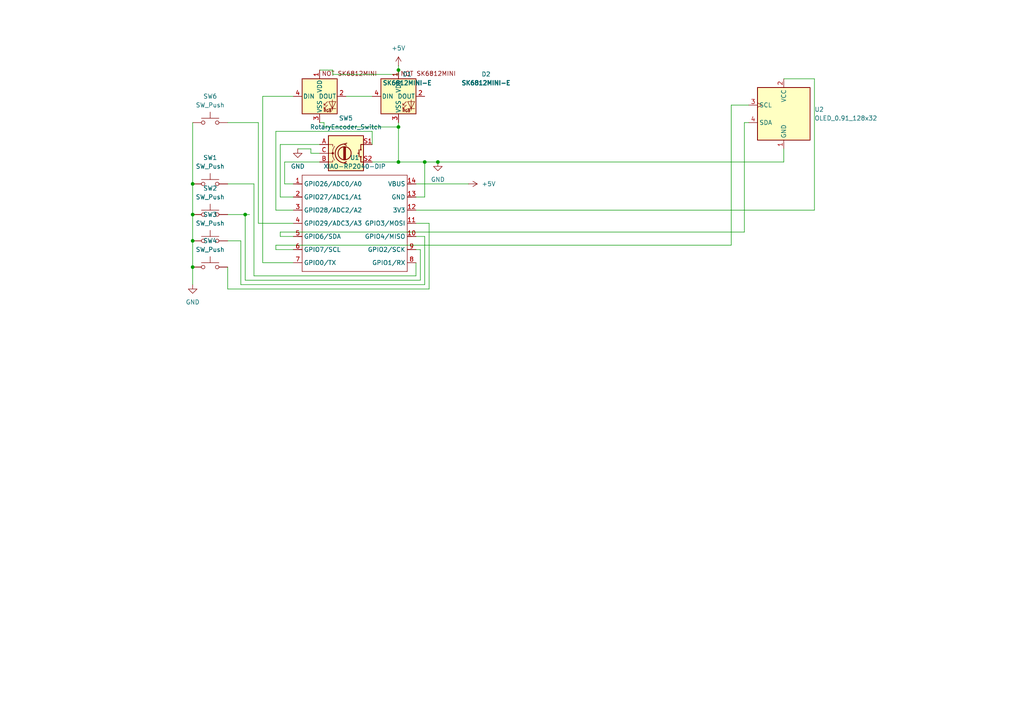
<source format=kicad_sch>
(kicad_sch (version 20250114) (generator "eeschema") (generator_version "9.0")
  (paper "A4")
  (lib_symbols
    (symbol "Device:RotaryEncoder_Switch" (pin_names (offset 0.254) (hide yes))
      (property "Reference" "SW" (at 0 6.604 0))
      (property "Value" "RotaryEncoder_Switch" (at 0 -6.604 0))
      (symbol "RotaryEncoder_Switch_0_1"
        (rectangle (start -5.08 5.08) (end 5.08 -5.08) (stroke (width 0.254)) (fill (type background)))
        (polyline (pts (xy -5.08 2.54) (xy -3.81 2.54) (xy -3.81 2.032)))
        (polyline (pts (xy -5.08 0) (xy -3.81 0) (xy -3.81 -1.016) (xy -3.302 -2.032)))
        (polyline (pts (xy -5.08 -2.54) (xy -3.81 -2.54) (xy -3.81 -2.032)))
        (polyline (pts (xy -4.318 0) (xy -3.81 0) (xy -3.81 1.016) (xy -3.302 2.032)))
        (circle (center -3.81 0) (radius 0.254) (fill (type outline)))
        (polyline (pts (xy -0.635 -1.778) (xy -0.635 1.778)) (stroke (width 0.254)))
        (circle (center -0.381 0) (radius 1.905) (stroke (width 0.254)))
        (polyline (pts (xy -0.381 -1.778) (xy -0.381 1.778)) (stroke (width 0.254)))
        (arc (start -0.381 -2.794) (mid -3.0988 -0.0635) (end -0.381 2.667) (stroke (width 0.254)))
        (polyline (pts (xy -0.127 1.778) (xy -0.127 -1.778)) (stroke (width 0.254)))
        (polyline (pts (xy 0.254 2.921) (xy -0.508 2.667) (xy 0.127 2.286)) (stroke (width 0.254)))
        (polyline (pts (xy 0.254 -3.048) (xy -0.508 -2.794) (xy 0.127 -2.413)) (stroke (width 0.254)))
        (polyline (pts (xy 3.81 1.016) (xy 3.81 -1.016)) (stroke (width 0.254)))
        (polyline (pts (xy 3.81 0) (xy 3.429 0)) (stroke (width 0.254)))
        (circle (center 4.318 1.016) (radius 0.127) (stroke (width 0.254)))
        (circle (center 4.318 -1.016) (radius 0.127) (stroke (width 0.254)))
        (polyline (pts (xy 5.08 2.54) (xy 4.318 2.54) (xy 4.318 1.016)) (stroke (width 0.254)))
        (polyline (pts (xy 5.08 -2.54) (xy 4.318 -2.54) (xy 4.318 -1.016)) (stroke (width 0.254)))
      )
      (symbol "RotaryEncoder_Switch_1_1"
        (pin passive line (at -7.62 2.54 0) (length 2.54) (name "A") (number "A"))
        (pin passive line (at -7.62 0 0) (length 2.54) (name "C") (number "C"))
        (pin passive line (at -7.62 -2.54 0) (length 2.54) (name "B") (number "B"))
        (pin passive line (at 7.62 2.54 180) (length 2.54) (name "S1") (number "S1"))
        (pin passive line (at 7.62 -2.54 180) (length 2.54) (name "S2") (number "S2"))
      )
    )
    (symbol "Switch:SW_Push" (pin_numbers (hide yes)) (pin_names (offset 1.016) (hide yes))
      (property "Reference" "SW" (at 1.27 2.54 0))
      (property "Value" "SW_Push" (at 0 -1.524 0))
      (symbol "SW_Push_0_1"
        (circle (center -2.032 0) (radius 0.508))
        (polyline (pts (xy 0 1.27) (xy 0 3.048)))
        (circle (center 2.032 0) (radius 0.508))
        (polyline (pts (xy 2.54 1.27) (xy -2.54 1.27)))
        (pin passive line (at -5.08 0 0) (length 2.54) (name "1") (number "1"))
        (pin passive line (at 5.08 0 180) (length 2.54) (name "2") (number "2"))
      )
    )
    (symbol "care:SK6812MINI-E" (pin_names (offset 0.254))
      (property "Reference" "D" (at -3.556 5.842 0))
      (property "Value" "SK6812MINI-E" (at 1.27 -5.715 0))
      (symbol "SK6812MINI-E_0_0"
        (text "RGB" (at 2.286 -4.191 0) (effects (font (size 0.762 0.762))))
      )
      (symbol "SK6812MINI-E_0_1"
        (rectangle (start -5.08 5.08) (end 5.08 -5.08) (stroke (width 0.254)) (fill (type background)))
        (polyline (pts (xy 1.27 -2.54) (xy 1.778 -2.54)))
        (polyline (pts (xy 1.27 -3.556) (xy 1.778 -3.556)))
        (polyline (pts (xy 2.286 -1.524) (xy 1.27 -2.54) (xy 1.27 -2.032)))
        (polyline (pts (xy 2.286 -2.54) (xy 1.27 -3.556) (xy 1.27 -3.048)))
        (polyline (pts (xy 3.683 -1.016) (xy 3.683 -3.556) (xy 3.683 -4.064)))
        (polyline (pts (xy 4.699 -1.524) (xy 2.667 -1.524) (xy 3.683 -3.556) (xy 4.699 -1.524)))
        (polyline (pts (xy 4.699 -3.556) (xy 2.667 -3.556)))
      )
      (symbol "SK6812MINI-E_1_1"
        (text "NOT SK6812MINI" (at 8.636 6.604 0) (effects (font (size 1.27 1.27))))
        (pin input line (at -7.62 0 0) (length 2.54) (name "DIN") (number "4"))
        (pin power_in line (at 0 7.62 270) (length 2.54) (name "VDD") (number "1"))
        (pin power_in line (at 0 -7.62 90) (length 2.54) (name "VSS") (number "3"))
        (pin output line (at 7.62 0 180) (length 2.54) (name "DOUT") (number "2"))
      )
    )
    (symbol "hckl:OLED_0.91_128x32"
      (property "Reference" "U" (at 0 0 0))
      (property "Value" "OLED_0.91_128x32" (at 14.224 -10.668 0))
      (symbol "OLED_0.91_128x32_1_1"
        (rectangle (start -7.62 7.62) (end 7.62 -7.62) (stroke (width 0.254)) (fill (type background)))
        (pin input clock (at -10.16 2.54 0) (length 2.54) (name "SCL") (number "3"))
        (pin bidirectional line (at -10.16 -2.54 0) (length 2.54) (name "SDA") (number "4"))
        (pin power_in line (at 0 10.16 270) (length 2.54) (name "VCC") (number "2"))
        (pin power_in line (at 0 -10.16 90) (length 2.54) (name "GND") (number "1"))
      )
    )
    (symbol "opl:XIAO-RP2040-DIP"
      (property "Reference" "U" (at 0 0 0))
      (property "Value" "XIAO-RP2040-DIP" (at 5.334 -1.778 0))
      (symbol "XIAO-RP2040-DIP_1_0"
        (polyline (pts (xy -1.27 -2.54) (xy 29.21 -2.54)) (stroke (width 0.1524)))
        (polyline (pts (xy -1.27 -5.08) (xy -2.54 -5.08)) (stroke (width 0.1524)))
        (polyline (pts (xy -1.27 -5.08) (xy -1.27 -2.54)) (stroke (width 0.1524)))
        (polyline (pts (xy -1.27 -8.89) (xy -2.54 -8.89)) (stroke (width 0.1524)))
        (polyline (pts (xy -1.27 -8.89) (xy -1.27 -5.08)) (stroke (width 0.1524)))
        (polyline (pts (xy -1.27 -12.7) (xy -2.54 -12.7)) (stroke (width 0.1524)))
        (polyline (pts (xy -1.27 -12.7) (xy -1.27 -8.89)) (stroke (width 0.1524)))
        (polyline (pts (xy -1.27 -16.51) (xy -2.54 -16.51)) (stroke (width 0.1524)))
        (polyline (pts (xy -1.27 -16.51) (xy -1.27 -12.7)) (stroke (width 0.1524)))
        (polyline (pts (xy -1.27 -20.32) (xy -2.54 -20.32)) (stroke (width 0.1524)))
        (polyline (pts (xy -1.27 -24.13) (xy -2.54 -24.13)) (stroke (width 0.1524)))
        (polyline (pts (xy -1.27 -27.94) (xy -2.54 -27.94)) (stroke (width 0.1524)))
        (polyline (pts (xy -1.27 -30.48) (xy -1.27 -16.51)) (stroke (width 0.1524)))
        (polyline (pts (xy 29.21 -2.54) (xy 29.21 -5.08)) (stroke (width 0.1524)))
        (polyline (pts (xy 29.21 -5.08) (xy 29.21 -8.89)) (stroke (width 0.1524)))
        (polyline (pts (xy 29.21 -8.89) (xy 29.21 -12.7)) (stroke (width 0.1524)))
        (polyline (pts (xy 29.21 -12.7) (xy 29.21 -30.48)) (stroke (width 0.1524)))
        (polyline (pts (xy 29.21 -30.48) (xy -1.27 -30.48)) (stroke (width 0.1524)))
        (polyline (pts (xy 30.48 -5.08) (xy 29.21 -5.08)) (stroke (width 0.1524)))
        (polyline (pts (xy 30.48 -8.89) (xy 29.21 -8.89)) (stroke (width 0.1524)))
        (polyline (pts (xy 30.48 -12.7) (xy 29.21 -12.7)) (stroke (width 0.1524)))
        (polyline (pts (xy 30.48 -16.51) (xy 29.21 -16.51)) (stroke (width 0.1524)))
        (polyline (pts (xy 30.48 -20.32) (xy 29.21 -20.32)) (stroke (width 0.1524)))
        (polyline (pts (xy 30.48 -24.13) (xy 29.21 -24.13)) (stroke (width 0.1524)))
        (polyline (pts (xy 30.48 -27.94) (xy 29.21 -27.94)) (stroke (width 0.1524)))
        (pin passive line (at -3.81 -5.08 0) (length 2.54) (name "GPIO26/ADC0/A0") (number "1"))
        (pin passive line (at -3.81 -8.89 0) (length 2.54) (name "GPIO27/ADC1/A1") (number "2"))
        (pin passive line (at -3.81 -12.7 0) (length 2.54) (name "GPIO28/ADC2/A2") (number "3"))
        (pin passive line (at -3.81 -16.51 0) (length 2.54) (name "GPIO29/ADC3/A3") (number "4"))
        (pin passive line (at -3.81 -20.32 0) (length 2.54) (name "GPIO6/SDA") (number "5"))
        (pin passive line (at -3.81 -24.13 0) (length 2.54) (name "GPIO7/SCL") (number "6"))
        (pin passive line (at -3.81 -27.94 0) (length 2.54) (name "GPIO0/TX") (number "7"))
        (pin passive line (at 31.75 -5.08 180) (length 2.54) (name "VBUS") (number "14"))
        (pin passive line (at 31.75 -8.89 180) (length 2.54) (name "GND") (number "13"))
        (pin passive line (at 31.75 -12.7 180) (length 2.54) (name "3V3") (number "12"))
        (pin passive line (at 31.75 -16.51 180) (length 2.54) (name "GPIO3/MOSI") (number "11"))
        (pin passive line (at 31.75 -20.32 180) (length 2.54) (name "GPIO4/MISO") (number "10"))
        (pin passive line (at 31.75 -24.13 180) (length 2.54) (name "GPIO2/SCK") (number "9"))
        (pin passive line (at 31.75 -27.94 180) (length 2.54) (name "GPIO1/RX") (number "8"))
      )
    )
    (symbol "power:+5V" (power) (pin_numbers (hide yes)) (pin_names (offset 0) (hide yes))
      (property "Value" "+5V" (at 0 3.556 0))
      (symbol "+5V_0_1"
        (polyline (pts (xy -0.762 1.27) (xy 0 2.54)))
        (polyline (pts (xy 0 2.54) (xy 0.762 1.27)))
        (polyline (pts (xy 0 0) (xy 0 2.54)))
      )
      (symbol "+5V_1_1"
        (pin power_in line (at 0 0 90) (length 0) (name "~") (number "1"))
      )
    )
    (symbol "power:GND" (power) (pin_numbers (hide yes)) (pin_names (offset 0) (hide yes))
      (property "Value" "GND" (at 0 -3.81 0))
      (symbol "GND_0_1"
        (polyline (pts (xy 0 0) (xy 0 -1.27) (xy 1.27 -1.27) (xy 0 -2.54) (xy -1.27 -1.27) (xy 0 -1.27)))
      )
      (symbol "GND_1_1"
        (pin power_in line (at 0 0 270) (length 0) (name "~") (number "1"))
      )
    )
  )
  (junction (at 115.57 46.99))
  (junction (at 55.88 53.34))
  (junction (at 71.12 62.23))
  (junction (at 123.19 46.99))
  (junction (at 115.57 20.32))
  (junction (at 55.88 62.23))
  (junction (at 55.88 69.85))
  (junction (at 127 46.99))
  (junction (at 115.57 36.83))
  (junction (at 55.88 77.47))
  (wire (pts (xy 73.66 53.34) (xy 66.04 53.34)))
  (wire (pts (xy 115.57 35.56) (xy 115.57 36.83)))
  (wire (pts (xy 55.88 62.23) (xy 55.88 69.85)))
  (wire (pts (xy 69.85 69.85) (xy 66.04 69.85)))
  (wire (pts (xy 123.19 46.99) (xy 127 46.99)))
  (wire (pts (xy 92.71 20.32) (xy 96.52 20.32)))
  (wire (pts (xy 69.85 82.55) (xy 69.85 69.85)))
  (wire (pts (xy 127 46.99) (xy 227.33 46.99)))
  (wire (pts (xy 76.2 76.2) (xy 76.2 27.94)))
  (wire (pts (xy 107.95 38.1) (xy 80.01 38.1)))
  (wire (pts (xy 81.28 57.15) (xy 85.09 57.15)))
  (wire (pts (xy 74.93 64.77) (xy 74.93 35.56)))
  (wire (pts (xy 85.09 64.77) (xy 74.93 64.77)))
  (wire (pts (xy 82.55 53.34) (xy 85.09 53.34)))
  (wire (pts (xy 124.46 64.77) (xy 124.46 83.82)))
  (wire (pts (xy 85.09 72.39) (xy 80.01 72.39)))
  (wire (pts (xy 120.65 80.01) (xy 73.66 80.01)))
  (wire (pts (xy 236.22 60.96) (xy 236.22 22.86)))
  (wire (pts (xy 80.01 72.39) (xy 80.01 71.12)))
  (wire (pts (xy 96.52 20.32) (xy 96.52 21.59)))
  (wire (pts (xy 107.95 41.91) (xy 107.95 38.1)))
  (wire (pts (xy 115.57 20.32) (xy 115.57 21.59)))
  (wire (pts (xy 120.65 64.77) (xy 124.46 64.77)))
  (wire (pts (xy 55.88 53.34) (xy 55.88 62.23)))
  (wire (pts (xy 55.88 77.47) (xy 55.88 82.55)))
  (wire (pts (xy 215.9 35.56) (xy 217.17 35.56)))
  (wire (pts (xy 71.12 81.28) (xy 71.12 62.23)))
  (wire (pts (xy 212.09 30.48) (xy 217.17 30.48)))
  (wire (pts (xy 120.65 60.96) (xy 236.22 60.96)))
  (wire (pts (xy 90.17 43.18) (xy 90.17 44.45)))
  (wire (pts (xy 236.22 22.86) (xy 227.33 22.86)))
  (wire (pts (xy 100.33 27.94) (xy 107.95 27.94)))
  (wire (pts (xy 115.57 46.99) (xy 123.19 46.99)))
  (wire (pts (xy 85.09 68.58) (xy 81.28 68.58)))
  (wire (pts (xy 80.01 38.1) (xy 80.01 60.96)))
  (wire (pts (xy 92.71 41.91) (xy 81.28 41.91)))
  (wire (pts (xy 121.92 72.39) (xy 121.92 81.28)))
  (wire (pts (xy 212.09 71.12) (xy 212.09 30.48)))
  (wire (pts (xy 115.57 19.05) (xy 115.57 20.32)))
  (wire (pts (xy 55.88 69.85) (xy 55.88 77.47)))
  (wire (pts (xy 227.33 46.99) (xy 227.33 43.18)))
  (wire (pts (xy 124.46 83.82) (xy 66.04 83.82)))
  (wire (pts (xy 71.12 62.23) (xy 66.04 62.23)))
  (wire (pts (xy 215.9 67.31) (xy 215.9 35.56)))
  (wire (pts (xy 120.65 76.2) (xy 120.65 80.01)))
  (wire (pts (xy 93.98 36.83) (xy 115.57 36.83)))
  (wire (pts (xy 123.19 82.55) (xy 69.85 82.55)))
  (wire (pts (xy 92.71 46.99) (xy 82.55 46.99)))
  (wire (pts (xy 120.65 68.58) (xy 123.19 68.58)))
  (wire (pts (xy 123.19 57.15) (xy 123.19 46.99)))
  (wire (pts (xy 73.66 80.01) (xy 73.66 53.34)))
  (wire (pts (xy 76.2 27.94) (xy 85.09 27.94)))
  (wire (pts (xy 123.19 68.58) (xy 123.19 82.55)))
  (wire (pts (xy 120.65 72.39) (xy 121.92 72.39)))
  (wire (pts (xy 93.98 35.56) (xy 93.98 36.83)))
  (wire (pts (xy 90.17 44.45) (xy 92.71 44.45)))
  (wire (pts (xy 96.52 21.59) (xy 115.57 21.59)))
  (wire (pts (xy 80.01 60.96) (xy 85.09 60.96)))
  (wire (pts (xy 81.28 68.58) (xy 81.28 67.31)))
  (wire (pts (xy 71.12 81.28) (xy 121.92 81.28)))
  (wire (pts (xy 66.04 83.82) (xy 66.04 77.47)))
  (wire (pts (xy 81.28 67.31) (xy 215.9 67.31)))
  (wire (pts (xy 90.17 43.18) (xy 86.36 43.18)))
  (wire (pts (xy 115.57 36.83) (xy 115.57 46.99)))
  (wire (pts (xy 107.95 46.99) (xy 115.57 46.99)))
  (wire (pts (xy 76.2 76.2) (xy 85.09 76.2)))
  (wire (pts (xy 72.39 62.23) (xy 71.12 62.23)))
  (wire (pts (xy 82.55 46.99) (xy 82.55 53.34)))
  (wire (pts (xy 55.88 35.56) (xy 55.88 53.34)))
  (wire (pts (xy 80.01 71.12) (xy 212.09 71.12)))
  (wire (pts (xy 92.71 35.56) (xy 93.98 35.56)))
  (wire (pts (xy 120.65 53.34) (xy 135.89 53.34)))
  (wire (pts (xy 81.28 41.91) (xy 81.28 57.15)))
  (wire (pts (xy 74.93 35.56) (xy 66.04 35.56)))
  (wire (pts (xy 120.65 57.15) (xy 123.19 57.15)))
  (symbol (lib_id "power:GND") (at 55.88 82.55 0) (unit 1)
    (property "Reference" "#PWR01" (effects (hide yes)))
    (property "Value" "GND" (at 55.88 87.63 0))
    (property "Description" "Power symbol creates a global label with name \"GND\" , ground" (effects (hide yes)))
  )
  (symbol (lib_id "power:+5V") (at 135.89 53.34 270) (unit 1)
    (property "Reference" "#PWR02" (effects (hide yes)))
    (property "Value" "+5V" (at 139.7 53.3399 90) (effects (justify left)))
    (property "Description" "Power symbol creates a global label with name \"+5V\"" (effects (hide yes)))
  )
  (symbol (lib_id "care:SK6812MINI-E") (at 92.71 27.94 0) (unit 1)
    (property "Reference" "D1" (at 118.11 21.5198 0))
    (property "Value" "SK6812MINI-E" (at 118.11 24.0599 0) (effects (font (thickness 0.254) (bold yes))))
    (property "Footprint" "care:SK6812MINI-E_fixed" (effects (hide yes)))
    (property "Datasheet" "https://cdn-shop.adafruit.com/product-files/4960/4960_SK6812MINI-E_REV02_EN.pdf" (effects (hide yes)))
    (property "Description" "RGB LED with integrated controller" (effects (hide yes)))
  )
  (symbol (lib_id "opl:XIAO-RP2040-DIP") (at 88.9 48.26 0) (unit 1)
    (property "Reference" "U1" (at 102.87 45.72 0))
    (property "Value" "XIAO-RP2040-DIP" (at 102.87 48.26 0))
    (property "Footprint" "opl lib:XIAO-RP2040-DIP" (effects (hide yes)))
  )
  (symbol (lib_id "Switch:SW_Push") (at 60.96 62.23 0) (unit 1)
    (property "Reference" "SW2" (at 60.96 54.61 0))
    (property "Value" "SW_Push" (at 60.96 57.15 0))
    (property "Footprint" "Button_Switch_Keyboard:SW_Cherry_MX_1.00u_PCB" (effects (hide yes)))
    (property "Description" "Push button switch, generic, two pins" (effects (hide yes)))
  )
  (symbol (lib_id "power:+5V") (at 115.57 19.05 0) (unit 1)
    (property "Reference" "#PWR03" (effects (hide yes)))
    (property "Value" "+5V" (at 115.57 13.97 0))
    (property "Description" "Power symbol creates a global label with name \"+5V\"" (effects (hide yes)))
  )
  (symbol (lib_id "Switch:SW_Push") (at 60.96 35.56 0) (unit 1)
    (property "Reference" "SW6" (at 60.96 27.94 0))
    (property "Value" "SW_Push" (at 60.96 30.48 0))
    (property "Footprint" "Button_Switch_Keyboard:SW_Cherry_MX_1.00u_PCB" (effects (hide yes)))
    (property "Description" "Push button switch, generic, two pins" (effects (hide yes)))
  )
  (symbol (lib_id "Switch:SW_Push") (at 60.96 53.34 0) (unit 1)
    (property "Reference" "SW1" (at 60.96 45.72 0))
    (property "Value" "SW_Push" (at 60.96 48.26 0))
    (property "Footprint" "Button_Switch_Keyboard:SW_Cherry_MX_1.00u_PCB" (effects (hide yes)))
    (property "Description" "Push button switch, generic, two pins" (effects (hide yes)))
  )
  (symbol (lib_id "power:GND") (at 127 46.99 0) (unit 1)
    (property "Reference" "#PWR05" (effects (hide yes)))
    (property "Value" "GND" (at 127 52.07 0))
    (property "Description" "Power symbol creates a global label with name \"GND\" , ground" (effects (hide yes)))
  )
  (symbol (lib_id "Switch:SW_Push") (at 60.96 69.85 0) (unit 1)
    (property "Reference" "SW3" (at 60.96 62.23 0))
    (property "Value" "SW_Push" (at 60.96 64.77 0))
    (property "Footprint" "Button_Switch_Keyboard:SW_Cherry_MX_1.00u_PCB" (effects (hide yes)))
    (property "Description" "Push button switch, generic, two pins" (effects (hide yes)))
  )
  (symbol (lib_id "care:SK6812MINI-E") (at 115.57 27.94 0) (unit 1)
    (property "Reference" "D2" (at 140.97 21.5198 0))
    (property "Value" "SK6812MINI-E" (at 140.97 24.0599 0) (effects (font (thickness 0.254) (bold yes))))
    (property "Footprint" "care:SK6812MINI-E_fixed" (effects (hide yes)))
    (property "Datasheet" "https://cdn-shop.adafruit.com/product-files/4960/4960_SK6812MINI-E_REV02_EN.pdf" (effects (hide yes)))
    (property "Description" "RGB LED with integrated controller" (effects (hide yes)))
  )
  (symbol (lib_id "Device:RotaryEncoder_Switch") (at 100.33 44.45 0) (unit 1)
    (property "Reference" "SW5" (at 100.33 34.29 0))
    (property "Value" "RotaryEncoder_Switch" (at 100.33 36.83 0))
    (property "Footprint" "Rotary_Encoder:RotaryEncoder_Alps_EC11E-Switch_Vertical_H20mm_CircularMountingHoles" (effects (hide yes)))
    (property "Description" "Rotary encoder, dual channel, incremental quadrate outputs, with switch" (effects (hide yes)))
  )
  (symbol (lib_id "hckl:OLED_0.91_128x32") (at 227.33 33.02 0) (unit 1)
    (property "Reference" "U2" (at 236.22 31.7499 0) (effects (justify left)))
    (property "Value" "OLED_0.91_128x32" (at 236.22 34.2899 0) (effects (justify left)))
    (property "Footprint" "hkcl:OLED_0.91_128x32" (effects (hide yes)))
    (property "Datasheet" "https://www.buydisplay.com/download/manual/ER-OLEDM0.91-1_Datasheet.pdf" (effects (hide yes)))
    (property "Description" "SSD1306 OLED module, 0.91 inch, 128x32, I2C" (effects (hide yes)))
  )
  (symbol (lib_id "power:GND") (at 86.36 43.18 0) (unit 1)
    (property "Reference" "#PWR04" (effects (hide yes)))
    (property "Value" "GND" (at 86.36 48.26 0))
    (property "Description" "Power symbol creates a global label with name \"GND\" , ground" (effects (hide yes)))
  )
  (symbol (lib_id "Switch:SW_Push") (at 60.96 77.47 0) (unit 1)
    (property "Reference" "SW4" (at 60.96 69.85 0))
    (property "Value" "SW_Push" (at 60.96 72.39 0))
    (property "Footprint" "Button_Switch_Keyboard:SW_Cherry_MX_1.00u_PCB" (effects (hide yes)))
    (property "Description" "Push button switch, generic, two pins" (effects (hide yes)))
  )
)
</source>
